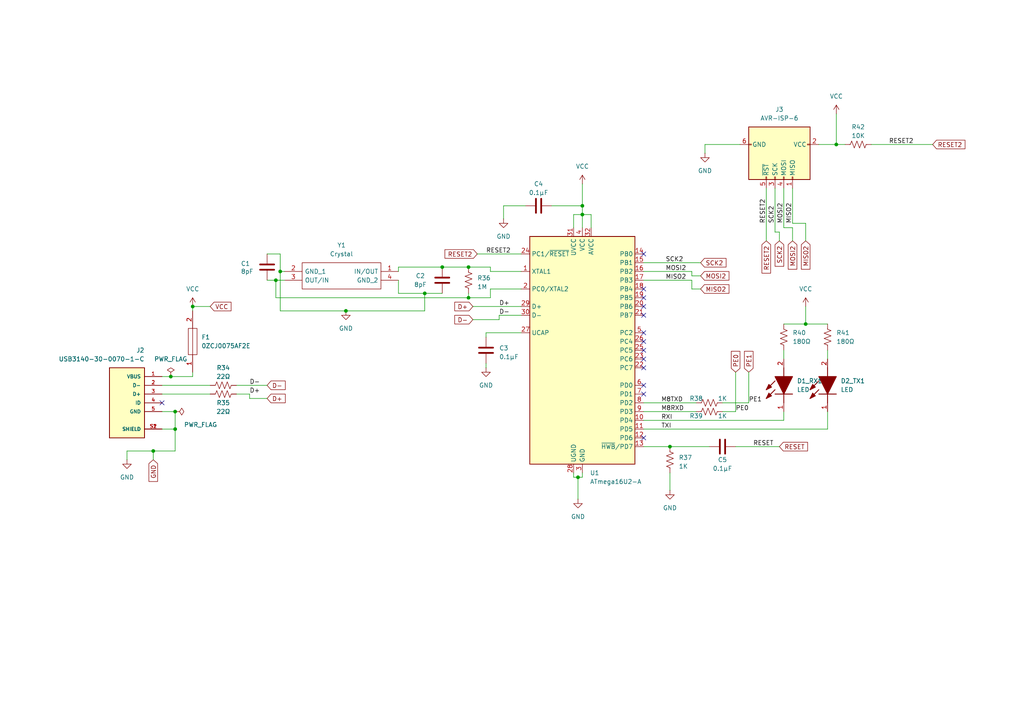
<source format=kicad_sch>
(kicad_sch (version 20231120) (generator "eeschema") (generator_version "8.0")
  (paper "A4")
  (title_block (title "G1000 NXi Mega Left Panel") (date "2024-11-22") (rev "1") (company "Flight Deck DIY"))
  (lib_symbols
    (symbol "Connector:AVR-ISP-6" (pin_names (offset 1.016))
      (property "Reference" "J" (at -6.35 11.43 0))
      (property "Value" "AVR-ISP-6" (at 0 11.43 0))
      (symbol "AVR-ISP-6_0_1"
        (rectangle (start -2.667 -6.858) (end -2.413 -7.62))
        (rectangle (start -2.667 10.16) (end -2.413 9.398))
        (rectangle (start 7.62 -2.413) (end 6.858 -2.667))
        (rectangle (start 7.62 0.127) (end 6.858 -0.127))
        (rectangle (start 7.62 2.667) (end 6.858 2.413))
        (rectangle (start 7.62 5.207) (end 6.858 4.953))
        (rectangle (start 7.62 10.16) (end -7.62 -7.62) (stroke (width 0.254)) (fill (type background)))
      )
      (symbol "AVR-ISP-6_1_1"
        (pin passive line (at 10.16 5.08 180) (length 2.54) (name "MISO") (number "1"))
        (pin passive line (at -2.54 12.7 270) (length 2.54) (name "VCC") (number "2"))
        (pin passive line (at 10.16 0 180) (length 2.54) (name "SCK") (number "3"))
        (pin passive line (at 10.16 2.54 180) (length 2.54) (name "MOSI") (number "4"))
        (pin passive line (at 10.16 -2.54 180) (length 2.54) (name "~{RST}") (number "5"))
        (pin passive line (at -2.54 -10.16 90) (length 2.54) (name "GND") (number "6"))
      )
    )
    (symbol "Device:C" (pin_numbers hide) (pin_names (offset 0.254))
      (property "Reference" "C" (at 0.635 2.54 0))
      (property "Value" "C" (at 0.635 -2.54 0))
      (symbol "C_0_1"
        (polyline (pts (xy -2.032 -0.762) (xy 2.032 -0.762)) (stroke (width 0.508)))
        (polyline (pts (xy -2.032 0.762) (xy 2.032 0.762)) (stroke (width 0.508)))
      )
      (symbol "C_1_1"
        (pin passive line (at 0 3.81 270) (length 2.794) (name "~") (number "1"))
        (pin passive line (at 0 -3.81 90) (length 2.794) (name "~") (number "2"))
      )
    )
    (symbol "Device:R_US" (pin_numbers hide) (pin_names (offset 0))
      (property "Reference" "R" (at 2.54 0 90))
      (property "Value" "R_US" (at -2.54 0 90))
      (symbol "R_US_0_1"
        (polyline (pts (xy 0 -2.286) (xy 0 -2.54)))
        (polyline (pts (xy 0 2.286) (xy 0 2.54)))
        (polyline (pts (xy 0 -0.762) (xy 1.016 -1.143) (xy 0 -1.524) (xy -1.016 -1.905) (xy 0 -2.286)))
        (polyline (pts (xy 0 0.762) (xy 1.016 0.381) (xy 0 0) (xy -1.016 -0.381) (xy 0 -0.762)))
        (polyline (pts (xy 0 2.286) (xy 1.016 1.905) (xy 0 1.524) (xy -1.016 1.143) (xy 0 0.762)))
      )
      (symbol "R_US_1_1"
        (pin passive line (at 0 3.81 270) (length 1.27) (name "~") (number "1"))
        (pin passive line (at 0 -3.81 90) (length 1.27) (name "~") (number "2"))
      )
    )
    (symbol "ECS-160-8-36B2-CKM-TR:ECS-160-8-36B2-CKM-TR" (pin_names (offset 0.762))
      (property "Reference" "Y" (at 29.21 7.62 0))
      (property "Value" "ECS-160-8-36B2-CKM-TR" (at 29.21 5.08 0))
      (symbol "ECS-160-8-36B2-CKM-TR_0_0"
        (pin passive line (at 0 -2.54 0) (length 5.08) (name "IN/OUT") (number "1"))
        (pin passive line (at 33.02 -2.54 180) (length 5.08) (name "GND_1") (number "2"))
        (pin passive line (at 33.02 0 180) (length 5.08) (name "OUT/IN") (number "3"))
        (pin passive line (at 0 0 0) (length 5.08) (name "GND_2") (number "4"))
      )
      (symbol "ECS-160-8-36B2-CKM-TR_0_1"
        (polyline (pts (xy 5.08 2.54) (xy 27.94 2.54) (xy 27.94 -5.08) (xy 5.08 -5.08) (xy 5.08 2.54)) (stroke (width 0.1524)))
      )
    )
    (symbol "IN-S63AT5UW:IN-S63AT5UW" (pin_names hide)
      (property "Reference" "LED" (at 12.7 8.89 0))
      (property "Value" "IN-S63AT5UW" (at 12.7 6.35 0))
      (symbol "IN-S63AT5UW_1_1"
        (polyline (pts (xy 2.54 0) (xy 5.08 0)) (stroke (width 0.254)))
        (polyline (pts (xy 5.08 2.54) (xy 5.08 -2.54)) (stroke (width 0.254)))
        (polyline (pts (xy 6.35 2.54) (xy 3.81 5.08)) (stroke (width 0.254)))
        (polyline (pts (xy 8.89 2.54) (xy 6.35 5.08)) (stroke (width 0.254)))
        (polyline (pts (xy 10.16 0) (xy 12.7 0)) (stroke (width 0.254)))
        (polyline (pts (xy 5.08 0) (xy 10.16 2.54) (xy 10.16 -2.54) (xy 5.08 0)) (stroke (width 0.254)) (fill (type outline)))
        (polyline (pts (xy 5.334 4.318) (xy 4.572 3.556) (xy 3.81 5.08) (xy 5.334 4.318)) (stroke (width 0.254)) (fill (type outline)))
        (polyline (pts (xy 7.874 4.318) (xy 7.112 3.556) (xy 6.35 5.08) (xy 7.874 4.318)) (stroke (width 0.254)) (fill (type outline)))
        (pin passive line (at 0 0 0) (length 2.54) (name "K") (number "1"))
        (pin passive line (at 15.24 0 180) (length 2.54) (name "A") (number "2"))
      )
    )
    (symbol "MCU_Microchip_ATmega:ATmega16U2-A"
      (property "Reference" "U" (at -15.24 34.29 0))
      (property "Value" "ATmega16U2-A" (at 2.54 -34.29 0))
      (symbol "ATmega16U2-A_0_1"
        (rectangle (start -15.24 -33.02) (end 15.24 33.02) (stroke (width 0.254)) (fill (type background)))
      )
      (symbol "ATmega16U2-A_1_1"
        (pin input line (at -17.78 22.86 0) (length 2.54) (name "XTAL1") (number "1"))
        (pin bidirectional line (at 17.78 -20.32 180) (length 2.54) (name "PD4") (number "10"))
        (pin bidirectional line (at 17.78 -22.86 180) (length 2.54) (name "PD5") (number "11"))
        (pin bidirectional line (at 17.78 -25.4 180) (length 2.54) (name "PD6") (number "12"))
        (pin bidirectional line (at 17.78 -27.94 180) (length 2.54) (name "~{HWB}/PD7") (number "13"))
        (pin bidirectional line (at 17.78 27.94 180) (length 2.54) (name "PB0") (number "14"))
        (pin bidirectional line (at 17.78 25.4 180) (length 2.54) (name "PB1") (number "15"))
        (pin bidirectional line (at 17.78 22.86 180) (length 2.54) (name "PB2") (number "16"))
        (pin bidirectional line (at 17.78 20.32 180) (length 2.54) (name "PB3") (number "17"))
        (pin bidirectional line (at 17.78 17.78 180) (length 2.54) (name "PB4") (number "18"))
        (pin bidirectional line (at 17.78 15.24 180) (length 2.54) (name "PB5") (number "19"))
        (pin bidirectional line (at -17.78 17.78 0) (length 2.54) (name "PC0/XTAL2") (number "2"))
        (pin bidirectional line (at 17.78 12.7 180) (length 2.54) (name "PB6") (number "20"))
        (pin bidirectional line (at 17.78 10.16 180) (length 2.54) (name "PB7") (number "21"))
        (pin bidirectional line (at 17.78 -5.08 180) (length 2.54) (name "PC7") (number "22"))
        (pin bidirectional line (at 17.78 -2.54 180) (length 2.54) (name "PC6") (number "23"))
        (pin bidirectional line (at -17.78 27.94 0) (length 2.54) (name "PC1/~{RESET}") (number "24"))
        (pin bidirectional line (at 17.78 0 180) (length 2.54) (name "PC5") (number "25"))
        (pin bidirectional line (at 17.78 2.54 180) (length 2.54) (name "PC4") (number "26"))
        (pin passive line (at -17.78 5.08 0) (length 2.54) (name "UCAP") (number "27"))
        (pin power_in line (at -2.54 -35.56 90) (length 2.54) (name "UGND") (number "28"))
        (pin bidirectional line (at -17.78 12.7 0) (length 2.54) (name "D+") (number "29"))
        (pin power_in line (at 0 -35.56 90) (length 2.54) (name "GND") (number "3"))
        (pin bidirectional line (at -17.78 10.16 0) (length 2.54) (name "D-") (number "30"))
        (pin power_in line (at -2.54 35.56 270) (length 2.54) (name "UVCC") (number "31"))
        (pin power_in line (at 2.54 35.56 270) (length 2.54) (name "AVCC") (number "32"))
        (pin power_in line (at 0 35.56 270) (length 2.54) (name "VCC") (number "4"))
        (pin bidirectional line (at 17.78 5.08 180) (length 2.54) (name "PC2") (number "5"))
        (pin bidirectional line (at 17.78 -10.16 180) (length 2.54) (name "PD0") (number "6"))
        (pin bidirectional line (at 17.78 -12.7 180) (length 2.54) (name "PD1") (number "7"))
        (pin bidirectional line (at 17.78 -15.24 180) (length 2.54) (name "PD2") (number "8"))
        (pin bidirectional line (at 17.78 -17.78 180) (length 2.54) (name "PD3") (number "9"))
      )
    )
    (symbol "OZCJ0075AF2E:0ZCJ0075AF2E" (pin_names (offset 0.762))
      (property "Reference" "F" (at 13.97 6.35 0))
      (property "Value" "0ZCJ0075AF2E" (at 13.97 3.81 0))
      (symbol "0ZCJ0075AF2E_0_0"
        (pin passive line (at 0 0 0) (length 5.08) (name "~") (number "1"))
        (pin passive line (at 17.78 0 180) (length 5.08) (name "~") (number "2"))
      )
      (symbol "0ZCJ0075AF2E_0_1"
        (polyline (pts (xy 5.08 0) (xy 12.7 0)) (stroke (width 0.1524)))
        (polyline (pts (xy 5.08 1.27) (xy 12.7 1.27) (xy 12.7 -1.27) (xy 5.08 -1.27) (xy 5.08 1.27)) (stroke (width 0.1524)))
      )
    )
    (symbol "USB3140-30-0070-1-C:USB3140-30-0070-1-C_REVE1" (pin_names (offset 1.016))
      (property "Reference" "J" (at -5.08 11.43 0))
      (property "Value" "USB3140-30-0070-1-C_REVE1" (at -5.08 -11.43 0))
      (symbol "USB3140-30-0070-1-C_REVE1_0_0"
        (rectangle (start -5.08 -10.16) (end 5.08 10.16) (stroke (width 0.254)) (fill (type background)))
        (pin power_in line (at -10.16 7.62 0) (length 5.08) (name "VBUS") (number "1"))
        (pin bidirectional line (at -10.16 5.08 0) (length 5.08) (name "D-") (number "2"))
        (pin bidirectional line (at -10.16 2.54 0) (length 5.08) (name "D+") (number "3"))
        (pin passive line (at -10.16 0 0) (length 5.08) (name "ID") (number "4"))
        (pin power_in line (at -10.16 -2.54 0) (length 5.08) (name "GND") (number "5"))
        (pin passive line (at -10.16 -7.62 0) (length 5.08) (name "SHIELD") (number "S1"))
        (pin passive line (at -10.16 -7.62 0) (length 5.08) (name "SHIELD") (number "S2"))
      )
    )
    (symbol "power:GND" (power) (pin_numbers hide) (pin_names (offset 0) hide)
      (property "Value" "GND" (at 0 -3.81 0))
      (symbol "GND_0_1"
        (polyline (pts (xy 0 0) (xy 0 -1.27) (xy 1.27 -1.27) (xy 0 -2.54) (xy -1.27 -1.27) (xy 0 -1.27)))
      )
      (symbol "GND_1_1"
        (pin power_in line (at 0 0 270) (length 0) (name "~") (number "1"))
      )
    )
    (symbol "power:PWR_FLAG" (power) (pin_numbers hide) (pin_names (offset 0) hide)
      (property "Value" "PWR_FLAG" (at 0 3.81 0))
      (symbol "PWR_FLAG_0_0"
        (pin power_out line (at 0 0 90) (length 0) (name "~") (number "1"))
      )
      (symbol "PWR_FLAG_0_1"
        (polyline (pts (xy 0 0) (xy 0 1.27) (xy -1.016 1.905) (xy 0 2.54) (xy 1.016 1.905) (xy 0 1.27)))
      )
    )
    (symbol "power:VCC" (power) (pin_numbers hide) (pin_names (offset 0) hide)
      (property "Value" "VCC" (at 0 3.556 0))
      (symbol "VCC_0_1"
        (polyline (pts (xy -0.762 1.27) (xy 0 2.54)))
        (polyline (pts (xy 0 0) (xy 0 2.54)))
        (polyline (pts (xy 0 2.54) (xy 0.762 1.27)))
      )
      (symbol "VCC_1_1"
        (pin power_in line (at 0 0 90) (length 0) (name "~") (number "1"))
      )
    )
  )
  (junction (at 49.53 109.22))
  (junction (at 50.8 124.46))
  (junction (at 194.31 129.54))
  (junction (at 44.45 130.81))
  (junction (at 135.89 86.36))
  (junction (at 50.8 119.38))
  (junction (at 100.33 90.17))
  (junction (at 128.27 77.47))
  (junction (at 168.91 62.23))
  (junction (at 81.28 78.74))
  (junction (at 55.88 88.9))
  (junction (at 80.01 81.28))
  (junction (at 123.19 85.09))
  (junction (at 233.68 93.98))
  (junction (at 167.64 138.43))
  (junction (at 135.89 77.47))
  (junction (at 168.91 59.69))
  (junction (at 242.57 41.91))
  (no_connect (at 186.69 101.6))
  (no_connect (at 186.69 91.44))
  (no_connect (at 46.99 116.84))
  (no_connect (at 186.69 88.9))
  (no_connect (at 186.69 104.14))
  (no_connect (at 186.69 96.52))
  (no_connect (at 186.69 99.06))
  (no_connect (at 186.69 73.66))
  (no_connect (at 186.69 114.3))
  (no_connect (at 186.69 106.68))
  (no_connect (at 186.69 86.36))
  (no_connect (at 186.69 111.76))
  (no_connect (at 186.69 127))
  (no_connect (at 186.69 83.82))
  (wire (pts (xy 200.66 80.01) (xy 203.2 80.01)))
  (wire (pts (xy 80.01 86.36) (xy 135.89 86.36)))
  (wire (pts (xy 194.31 137.16) (xy 194.31 142.24)))
  (wire (pts (xy 167.64 138.43) (xy 168.91 138.43)))
  (wire (pts (xy 186.69 78.74) (xy 200.66 78.74)))
  (wire (pts (xy 142.24 78.74) (xy 151.13 78.74)))
  (wire (pts (xy 72.39 114.3) (xy 72.39 115.57)))
  (wire (pts (xy 81.28 90.17) (xy 100.33 90.17)))
  (wire (pts (xy 240.03 101.6) (xy 240.03 104.14)))
  (wire (pts (xy 200.66 81.28) (xy 200.66 83.82)))
  (wire (pts (xy 44.45 130.81) (xy 44.45 133.35)))
  (wire (pts (xy 44.45 130.81) (xy 50.8 130.81)))
  (wire (pts (xy 200.66 83.82) (xy 203.2 83.82)))
  (wire (pts (xy 115.57 77.47) (xy 128.27 77.47)))
  (wire (pts (xy 186.69 129.54) (xy 194.31 129.54)))
  (wire (pts (xy 77.47 81.28) (xy 80.01 81.28)))
  (wire (pts (xy 168.91 59.69) (xy 168.91 62.23)))
  (wire (pts (xy 137.16 92.71) (xy 144.78 92.71)))
  (wire (pts (xy 217.17 107.95) (xy 217.17 116.84)))
  (wire (pts (xy 146.05 59.69) (xy 152.4 59.69)))
  (wire (pts (xy 224.79 67.31) (xy 226.06 67.31)))
  (wire (pts (xy 123.19 85.09) (xy 123.19 90.17)))
  (wire (pts (xy 46.99 111.76) (xy 60.96 111.76)))
  (wire (pts (xy 81.28 78.74) (xy 82.55 78.74)))
  (wire (pts (xy 242.57 33.02) (xy 242.57 41.91)))
  (wire (pts (xy 144.78 91.44) (xy 144.78 92.71)))
  (wire (pts (xy 237.49 41.91) (xy 242.57 41.91)))
  (wire (pts (xy 137.16 88.9) (xy 151.13 88.9)))
  (wire (pts (xy 80.01 81.28) (xy 80.01 86.36)))
  (wire (pts (xy 222.25 54.61) (xy 222.25 69.85)))
  (wire (pts (xy 68.58 111.76) (xy 77.47 111.76)))
  (wire (pts (xy 50.8 119.38) (xy 50.8 124.46)))
  (wire (pts (xy 229.87 66.04) (xy 229.87 69.85)))
  (wire (pts (xy 186.69 81.28) (xy 200.66 81.28)))
  (wire (pts (xy 128.27 77.47) (xy 135.89 77.47)))
  (wire (pts (xy 233.68 64.77) (xy 233.68 69.85)))
  (wire (pts (xy 171.45 62.23) (xy 171.45 66.04)))
  (wire (pts (xy 204.47 41.91) (xy 214.63 41.91)))
  (wire (pts (xy 227.33 54.61) (xy 227.33 66.04)))
  (wire (pts (xy 46.99 119.38) (xy 50.8 119.38)))
  (wire (pts (xy 226.06 67.31) (xy 226.06 69.85)))
  (wire (pts (xy 166.37 138.43) (xy 167.64 138.43)))
  (wire (pts (xy 115.57 81.28) (xy 115.57 85.09)))
  (wire (pts (xy 166.37 62.23) (xy 168.91 62.23)))
  (wire (pts (xy 140.97 96.52) (xy 140.97 97.79)))
  (wire (pts (xy 50.8 124.46) (xy 50.8 130.81)))
  (wire (pts (xy 115.57 77.47) (xy 115.57 78.74)))
  (wire (pts (xy 227.33 101.6) (xy 227.33 104.14)))
  (wire (pts (xy 168.91 62.23) (xy 168.91 66.04)))
  (wire (pts (xy 233.68 88.9) (xy 233.68 93.98)))
  (wire (pts (xy 213.36 107.95) (xy 213.36 119.38)))
  (wire (pts (xy 55.88 88.9) (xy 60.96 88.9)))
  (wire (pts (xy 186.69 76.2) (xy 203.2 76.2)))
  (wire (pts (xy 144.78 91.44) (xy 151.13 91.44)))
  (wire (pts (xy 46.99 109.22) (xy 49.53 109.22)))
  (wire (pts (xy 167.64 144.78) (xy 167.64 138.43)))
  (wire (pts (xy 135.89 77.47) (xy 142.24 77.47)))
  (wire (pts (xy 229.87 54.61) (xy 229.87 64.77)))
  (wire (pts (xy 227.33 93.98) (xy 233.68 93.98)))
  (wire (pts (xy 166.37 137.16) (xy 166.37 138.43)))
  (wire (pts (xy 140.97 96.52) (xy 151.13 96.52)))
  (wire (pts (xy 186.69 119.38) (xy 201.93 119.38)))
  (wire (pts (xy 166.37 62.23) (xy 166.37 66.04)))
  (wire (pts (xy 252.73 41.91) (xy 270.51 41.91)))
  (wire (pts (xy 49.53 109.22) (xy 55.88 109.22)))
  (wire (pts (xy 240.03 119.38) (xy 240.03 124.46)))
  (wire (pts (xy 140.97 106.68) (xy 140.97 105.41)))
  (wire (pts (xy 186.69 116.84) (xy 201.93 116.84)))
  (wire (pts (xy 46.99 114.3) (xy 60.96 114.3)))
  (wire (pts (xy 213.36 129.54) (xy 226.06 129.54)))
  (wire (pts (xy 81.28 73.66) (xy 81.28 78.74)))
  (wire (pts (xy 55.88 107.95) (xy 55.88 109.22)))
  (wire (pts (xy 168.91 53.34) (xy 168.91 59.69)))
  (wire (pts (xy 242.57 41.91) (xy 245.11 41.91)))
  (wire (pts (xy 46.99 124.46) (xy 50.8 124.46)))
  (wire (pts (xy 135.89 86.36) (xy 135.89 85.09)))
  (wire (pts (xy 80.01 81.28) (xy 82.55 81.28)))
  (wire (pts (xy 160.02 59.69) (xy 168.91 59.69)))
  (wire (pts (xy 227.33 119.38) (xy 227.33 121.92)))
  (wire (pts (xy 68.58 114.3) (xy 72.39 114.3)))
  (wire (pts (xy 233.68 93.98) (xy 240.03 93.98)))
  (wire (pts (xy 168.91 62.23) (xy 171.45 62.23)))
  (wire (pts (xy 146.05 63.5) (xy 146.05 59.69)))
  (wire (pts (xy 100.33 90.17) (xy 123.19 90.17)))
  (wire (pts (xy 36.83 130.81) (xy 44.45 130.81)))
  (wire (pts (xy 142.24 83.82) (xy 142.24 86.36)))
  (wire (pts (xy 229.87 64.77) (xy 233.68 64.77)))
  (wire (pts (xy 168.91 137.16) (xy 168.91 138.43)))
  (wire (pts (xy 72.39 115.57) (xy 77.47 115.57)))
  (wire (pts (xy 138.43 73.66) (xy 151.13 73.66)))
  (wire (pts (xy 204.47 41.91) (xy 204.47 44.45)))
  (wire (pts (xy 81.28 78.74) (xy 81.28 90.17)))
  (wire (pts (xy 55.88 88.9) (xy 55.88 90.17)))
  (wire (pts (xy 36.83 130.81) (xy 36.83 133.35)))
  (wire (pts (xy 142.24 83.82) (xy 151.13 83.82)))
  (wire (pts (xy 77.47 73.66) (xy 81.28 73.66)))
  (wire (pts (xy 135.89 86.36) (xy 142.24 86.36)))
  (wire (pts (xy 224.79 54.61) (xy 224.79 67.31)))
  (wire (pts (xy 123.19 85.09) (xy 128.27 85.09)))
  (wire (pts (xy 142.24 77.47) (xy 142.24 78.74)))
  (wire (pts (xy 200.66 78.74) (xy 200.66 80.01)))
  (wire (pts (xy 115.57 85.09) (xy 123.19 85.09)))
  (wire (pts (xy 227.33 66.04) (xy 229.87 66.04)))
  (wire (pts (xy 209.55 116.84) (xy 217.17 116.84)))
  (wire (pts (xy 186.69 124.46) (xy 240.03 124.46)))
  (wire (pts (xy 186.69 121.92) (xy 227.33 121.92)))
  (wire (pts (xy 194.31 129.54) (xy 205.74 129.54)))
  (wire (pts (xy 209.55 119.38) (xy 213.36 119.38)))
  (label "M8TXD" (at 191.77 116.84 0))
  (label "RESET2" (at 140.97 73.66 0))
  (label "RESET2" (at 257.81 41.91 0))
  (label "RXI" (at 191.77 121.92 0))
  (label "D-" (at 144.78 91.44 0))
  (label "RESET2" (at 222.25 64.77 90))
  (label "D-" (at 72.39 111.76 0))
  (label "MISO2" (at 229.87 64.77 90))
  (label "TXI" (at 191.77 124.46 0))
  (label "MISO2" (at 193.04 81.28 0))
  (label "MOSI2" (at 193.04 78.74 0))
  (label "M8RXD" (at 191.77 119.38 0))
  (label "D+" (at 72.39 114.3 0))
  (label "MOSI2" (at 227.33 64.77 90))
  (label "RESET" (at 218.44 129.54 0))
  (label "PE0" (at 213.36 119.38 0))
  (label "PE1" (at 217.17 116.84 0))
  (label "SCK2" (at 224.79 64.77 90))
  (label "D+" (at 144.78 88.9 0))
  (label "SCK2" (at 193.04 76.2 0))
  (global_label "VCC" (shape input) (at 60.96 88.9 0) (property "Intersheetrefs" "${INTERSHEET_REFS}" (effects (hide yes))))
  (global_label "MOSI2" (shape input) (at 203.2 80.01 0) (property "Intersheetrefs" "${INTERSHEET_REFS}" (effects (hide yes))))
  (global_label "D-" (shape input) (at 77.47 111.76 0) (property "Intersheetrefs" "${INTERSHEET_REFS}" (effects (hide yes))))
  (global_label "PE1" (shape input) (at 217.17 107.95 90) (property "Intersheetrefs" "${INTERSHEET_REFS}" (effects (hide yes))))
  (global_label "RESET2" (shape input) (at 222.25 69.85 270) (property "Intersheetrefs" "${INTERSHEET_REFS}" (effects (hide yes))))
  (global_label "RESET2" (shape input) (at 270.51 41.91 0) (property "Intersheetrefs" "${INTERSHEET_REFS}" (effects (hide yes))))
  (global_label "SCK2" (shape input) (at 226.06 69.85 270) (property "Intersheetrefs" "${INTERSHEET_REFS}" (effects (hide yes))))
  (global_label "MISO2" (shape input) (at 203.2 83.82 0) (property "Intersheetrefs" "${INTERSHEET_REFS}" (effects (hide yes))))
  (global_label "RESET" (shape input) (at 226.06 129.54 0) (property "Intersheetrefs" "${INTERSHEET_REFS}" (effects (hide yes))))
  (global_label "D+" (shape input) (at 77.47 115.57 0) (property "Intersheetrefs" "${INTERSHEET_REFS}" (effects (hide yes))))
  (global_label "MISO2" (shape input) (at 233.68 69.85 270) (property "Intersheetrefs" "${INTERSHEET_REFS}" (effects (hide yes))))
  (global_label "D+" (shape input) (at 137.16 88.9 180) (property "Intersheetrefs" "${INTERSHEET_REFS}" (effects (hide yes))))
  (global_label "SCK2" (shape input) (at 203.2 76.2 0) (property "Intersheetrefs" "${INTERSHEET_REFS}" (effects (hide yes))))
  (global_label "MOSI2" (shape input) (at 229.87 69.85 270) (property "Intersheetrefs" "${INTERSHEET_REFS}" (effects (hide yes))))
  (global_label "PE0" (shape input) (at 213.36 107.95 90) (property "Intersheetrefs" "${INTERSHEET_REFS}" (effects (hide yes))))
  (global_label "D-" (shape input) (at 137.16 92.71 180) (property "Intersheetrefs" "${INTERSHEET_REFS}" (effects (hide yes))))
  (global_label "GND" (shape input) (at 44.45 133.35 270) (property "Intersheetrefs" "${INTERSHEET_REFS}" (effects (hide yes))))
  (global_label "RESET2" (shape input) (at 138.43 73.66 180) (property "Intersheetrefs" "${INTERSHEET_REFS}" (effects (hide yes))))
  (symbol (lib_id "power:VCC") (at 168.91 53.34 0) (unit 1)
    (property "Reference" "#PWR0105" (effects (hide yes)))
    (property "Value" "VCC" (at 168.91 48.26 0))
    (property "Description" "Power symbol creates a global label with name \"VCC\"" (effects (hide yes)))
  )
  (symbol (lib_id "Device:R_US") (at 135.89 81.28 0) (unit 1)
    (property "Reference" "R36" (at 138.43 80.645 0) (effects (justify left)))
    (property "Value" "1M" (at 138.43 83.185 0) (effects (justify left)))
    (property "Footprint" "Resistor_SMD:R_0603_1608Metric_Pad0.98x0.95mm_HandSolder" (effects (hide yes)))
  )
  (symbol (lib_id "Device:R_US") (at 248.92 41.91 90) (unit 1)
    (property "Reference" "R42" (at 248.92 36.83 90))
    (property "Value" "10K" (at 248.92 39.37 90))
    (property "Footprint" "Resistor_SMD:R_0603_1608Metric_Pad0.98x0.95mm_HandSolder" (effects (hide yes)))
  )
  (symbol (lib_id "MCU_Microchip_ATmega:ATmega16U2-A") (at 168.91 101.6 0) (unit 1)
    (property "Reference" "U1" (at 171.1041 137.16 0) (effects (justify left)))
    (property "Value" "ATmega16U2-A" (at 171.1041 139.7 0) (effects (justify left)))
    (property "Footprint" "Package_QFP:TQFP-32_7x7mm_P0.8mm" (effects (hide yes)))
    (property "Datasheet" "http://ww1.microchip.com/downloads/en/DeviceDoc/doc7799.pdf" (effects (hide yes)))
    (property "Description" "16MHz, 16kB Flash, 512B SRAM, 512B EEPROM, TQFP-32" (effects (hide yes)))
  )
  (symbol (lib_id "Device:R_US") (at 227.33 97.79 0) (unit 1)
    (property "Reference" "R40" (at 229.87 96.52 0) (effects (justify left)))
    (property "Value" "180Ω" (at 229.87 99.06 0) (effects (justify left)))
    (property "Footprint" "Resistor_SMD:R_0603_1608Metric_Pad0.98x0.95mm_HandSolder" (effects (hide yes)))
  )
  (symbol (lib_id "Device:R_US") (at 240.03 97.79 0) (unit 1)
    (property "Reference" "R41" (at 242.57 96.52 0) (effects (justify left)))
    (property "Value" "180Ω" (at 242.57 99.06 0) (effects (justify left)))
    (property "Footprint" "Resistor_SMD:R_0603_1608Metric_Pad0.98x0.95mm_HandSolder" (effects (hide yes)))
  )
  (symbol (lib_id "power:GND") (at 36.83 133.35 0) (unit 1)
    (property "Reference" "#PWR099" (effects (hide yes)))
    (property "Value" "GND" (at 36.83 138.43 0))
    (property "Description" "Power symbol creates a global label with name \"GND\" , ground" (effects (hide yes)))
  )
  (symbol (lib_id "power:GND") (at 146.05 63.5 0) (unit 1)
    (property "Reference" "#PWR0103" (effects (hide yes)))
    (property "Value" "GND" (at 146.05 68.58 0))
    (property "Description" "Power symbol creates a global label with name \"GND\" , ground" (effects (hide yes)))
  )
  (symbol (lib_id "power:GND") (at 100.33 90.17 0) (unit 1)
    (property "Reference" "#PWR0101" (effects (hide yes)))
    (property "Value" "GND" (at 100.33 95.25 0))
    (property "Description" "Power symbol creates a global label with name \"GND\" , ground" (effects (hide yes)))
  )
  (symbol (lib_id "Device:C") (at 77.47 77.47 180) (unit 1)
    (property "Reference" "C1" (at 69.85 76.454 0) (effects (justify right)))
    (property "Value" "8pF" (at 69.85 78.74 0) (effects (justify right)))
    (property "Footprint" "Capacitor_SMD:C_0603_1608Metric_Pad1.08x0.95mm_HandSolder" (effects (hide yes)))
  )
  (symbol (lib_id "power:GND") (at 204.47 44.45 0) (unit 1)
    (property "Reference" "#PWR0107" (effects (hide yes)))
    (property "Value" "GND" (at 204.47 49.53 0))
    (property "Description" "Power symbol creates a global label with name \"GND\" , ground" (effects (hide yes)))
  )
  (symbol (lib_id "Device:C") (at 128.27 81.28 180) (unit 1)
    (property "Reference" "C2" (at 121.92 80.01 0))
    (property "Value" "8pF" (at 121.92 82.55 0))
    (property "Footprint" "Capacitor_SMD:C_0603_1608Metric_Pad1.08x0.95mm_HandSolder" (effects (hide yes)))
  )
  (symbol (lib_id "power:PWR_FLAG") (at 50.8 119.38 270) (unit 1)
    (property "Reference" "#FLG02" (effects (hide yes)))
    (property "Value" "PWR_FLAG" (at 53.34 123.19 90) (effects (justify left)))
    (property "Description" "Special symbol for telling ERC where power comes from" (effects (hide yes)))
  )
  (symbol (lib_id "ECS-160-8-36B2-CKM-TR:ECS-160-8-36B2-CKM-TR") (at 115.57 81.28 180) (unit 1)
    (property "Reference" "Y1" (at 99.06 71.12 0))
    (property "Value" "Crystal" (at 99.06 73.66 0))
    (property "Footprint" "ECS-160-8-36B2-CKM-TR:ECS160836B2CKMTR" (effects (hide yes)))
    (property "Datasheet" "https://www.mouser.fr/datasheet/2/122/ECX_2236B2-2400583.pdf" (effects (hide yes)))
    (property "Description" "Crystals 16.000 MHz 8 pF +/-10 +/-10 -20 +70 C +/-2 ppm Max. ESR = 70" (effects (hide yes)))
    (property "Height" "0.6" (effects (hide yes)))
    (property "Mouser Part Number" "520-160-8-36B2-CKMTR" (effects (hide yes)))
    (property "Mouser Price/Stock" "https://www.mouser.co.uk/ProductDetail/ECS/ECS-160-8-36B2-CKM-TR?qs=QNEnbhJQKvaIQPndV3OLHg%3D%3D" (effects (hide yes)))
    (property "Manufacturer_Name" "ECS" (effects (hide yes)))
    (property "Manufacturer_Part_Number" "ECS-160-8-36B2-CKM-TR" (effects (hide yes)))
  )
  (symbol (lib_id "Device:C") (at 140.97 101.6 0) (unit 1)
    (property "Reference" "C3" (at 144.78 100.965 0) (effects (justify left)))
    (property "Value" "0.1µF" (at 144.78 103.505 0) (effects (justify left)))
    (property "Footprint" "Capacitor_SMD:C_0603_1608Metric_Pad1.08x0.95mm_HandSolder" (effects (hide yes)))
  )
  (symbol (lib_id "power:PWR_FLAG") (at 49.53 109.22 0) (unit 1)
    (property "Reference" "#FLG01" (effects (hide yes)))
    (property "Value" "PWR_FLAG" (at 49.53 104.14 0))
    (property "Description" "Special symbol for telling ERC where power comes from" (effects (hide yes)))
  )
  (symbol (lib_id "OZCJ0075AF2E:0ZCJ0075AF2E") (at 55.88 107.95 90) (unit 1)
    (property "Reference" "F1" (at 58.42 97.7899 90) (effects (justify right)))
    (property "Value" "0ZCJ0075AF2E" (at 58.42 100.3299 90) (effects (justify right)))
    (property "Footprint" "OZCJ0075AF2E:FUSC3216X125N" (effects (hide yes)))
    (property "Datasheet" "https://www.mouser.com/datasheet/2/643/0ZCJ_Nov2016-1132002.pdf" (effects (hide yes)))
    (property "Description" "Resettable Fuses - PPTC" (effects (hide yes)))
    (property "Height" "1.25" (effects (hide yes)))
    (property "Mouser Part Number" "530-0ZCJ0075AF2E" (effects (hide yes)))
    (property "Manufacturer_Name" "Bel" (effects (hide yes)))
    (property "Manufacturer_Part_Number" "0ZCJ0075AF2E" (effects (hide yes)))
  )
  (symbol (lib_id "IN-S63AT5UW:IN-S63AT5UW") (at 227.33 119.38 90) (unit 1)
    (property "Reference" "D1_RX1" (at 231.14 110.4899 90) (effects (justify right)))
    (property "Value" "LED" (at 231.14 113.0299 90) (effects (justify right)))
    (property "Footprint" "IN-S63AT5UW:LEDC1608X39N" (effects (hide yes)))
    (property "Description" "Standard LEDs - SMD White LED" (effects (hide yes)))
    (property "Height" "0.39" (effects (hide yes)))
    (property "Mouser Part Number" "743-IN-S63AT5UW" (effects (hide yes)))
    (property "Mouser Price/Stock" "https://www.mouser.co.uk/ProductDetail/Inolux/IN-S63AT5UW?qs=fAHHVMwC%252BbjOUaZe%2F%2FIGRQ%3D%3D" (effects (hide yes)))
    (property "Manufacturer_Name" "Inolux" (effects (hide yes)))
    (property "Manufacturer_Part_Number" "IN-S63AT5UW" (effects (hide yes)))
  )
  (symbol (lib_id "IN-S63AT5UW:IN-S63AT5UW") (at 240.03 119.38 90) (unit 1)
    (property "Reference" "D2_TX1" (at 243.84 110.4899 90) (effects (justify right)))
    (property "Value" "LED" (at 243.84 113.0299 90) (effects (justify right)))
    (property "Footprint" "IN-S63AT5UW:LEDC1608X39N" (effects (hide yes)))
    (property "Description" "Standard LEDs - SMD White LED" (effects (hide yes)))
    (property "Height" "0.39" (effects (hide yes)))
    (property "Mouser Part Number" "743-IN-S63AT5UW" (effects (hide yes)))
    (property "Mouser Price/Stock" "https://www.mouser.co.uk/ProductDetail/Inolux/IN-S63AT5UW?qs=fAHHVMwC%252BbjOUaZe%2F%2FIGRQ%3D%3D" (effects (hide yes)))
    (property "Manufacturer_Name" "Inolux" (effects (hide yes)))
    (property "Manufacturer_Part_Number" "IN-S63AT5UW" (effects (hide yes)))
  )
  (symbol (lib_id "Device:R_US") (at 194.31 133.35 0) (unit 1)
    (property "Reference" "R37" (at 196.85 132.715 0) (effects (justify left)))
    (property "Value" "1K" (at 196.85 135.255 0) (effects (justify left)))
    (property "Footprint" "Resistor_SMD:R_0603_1608Metric_Pad0.98x0.95mm_HandSolder" (effects (hide yes)))
  )
  (symbol (lib_id "Device:R_US") (at 205.74 116.84 90) (unit 1)
    (property "Reference" "R38" (at 201.93 115.57 90))
    (property "Value" "1K" (at 209.55 115.57 90))
    (property "Footprint" "Resistor_SMD:R_0603_1608Metric_Pad0.98x0.95mm_HandSolder" (effects (hide yes)))
  )
  (symbol (lib_id "power:GND") (at 140.97 106.68 0) (unit 1)
    (property "Reference" "#PWR0102" (effects (hide yes)))
    (property "Value" "GND" (at 140.97 111.76 0))
    (property "Description" "Power symbol creates a global label with name \"GND\" , ground" (effects (hide yes)))
  )
  (symbol (lib_id "power:VCC") (at 242.57 33.02 0) (unit 1)
    (property "Reference" "#PWR0109" (effects (hide yes)))
    (property "Value" "VCC" (at 242.57 27.94 0))
    (property "Description" "Power symbol creates a global label with name \"VCC\"" (effects (hide yes)))
  )
  (symbol (lib_id "Device:R_US") (at 64.77 111.76 90) (unit 1)
    (property "Reference" "R34" (at 64.77 106.68 90))
    (property "Value" "22Ω" (at 64.77 109.22 90))
    (property "Footprint" "Resistor_SMD:R_0603_1608Metric_Pad0.98x0.95mm_HandSolder" (effects (hide yes)))
  )
  (symbol (lib_id "Device:R_US") (at 205.74 119.38 270) (unit 1)
    (property "Reference" "R39" (at 201.93 120.65 90))
    (property "Value" "1K" (at 209.55 120.65 90))
    (property "Footprint" "Resistor_SMD:R_0603_1608Metric_Pad0.98x0.95mm_HandSolder" (effects (hide yes)))
  )
  (symbol (lib_id "power:GND") (at 167.64 144.78 0) (unit 1)
    (property "Reference" "#PWR0104" (effects (hide yes)))
    (property "Value" "GND" (at 167.64 149.86 0))
    (property "Description" "Power symbol creates a global label with name \"GND\" , ground" (effects (hide yes)))
  )
  (symbol (lib_id "Device:C") (at 156.21 59.69 90) (unit 1)
    (property "Reference" "C4" (at 156.21 53.34 90))
    (property "Value" "0.1µF" (at 156.21 55.88 90))
    (property "Footprint" "Capacitor_SMD:C_0603_1608Metric_Pad1.08x0.95mm_HandSolder" (effects (hide yes)))
  )
  (symbol (lib_id "power:VCC") (at 233.68 88.9 0) (unit 1)
    (property "Reference" "#PWR0108" (effects (hide yes)))
    (property "Value" "VCC" (at 233.68 83.82 0))
    (property "Description" "Power symbol creates a global label with name \"VCC\"" (effects (hide yes)))
  )
  (symbol (lib_id "power:GND") (at 194.31 142.24 0) (unit 1)
    (property "Reference" "#PWR0106" (effects (hide yes)))
    (property "Value" "GND" (at 194.31 147.32 0))
    (property "Description" "Power symbol creates a global label with name \"GND\" , ground" (effects (hide yes)))
  )
  (symbol (lib_id "USB3140-30-0070-1-C:USB3140-30-0070-1-C_REVE1") (at 36.83 116.84 0) (mirror y) (unit 1)
    (property "Reference" "J2" (at 41.91 101.6 0) (effects (justify left)))
    (property "Value" "USB3140-30-0070-1-C" (at 41.91 104.14 0) (effects (justify left)))
    (property "Footprint" "USB3140-30-0070-1-C:GCT_USB3140-30-0070-1-C_REVE1" (effects (hide yes)))
    (property "Datasheet" "https://gct.co/files/drawings/usb3140.pdf" (effects (hide yes)))
    (property "Description" "USB - micro B USB 2.0 Receptacle Connector 5 Position Surface Mount, Through Hole" (effects (hide yes)))
    (property "Height" "6.5" (effects (hide yes)))
    (property "Mouser Part Number" "640-USB31403000701C" (effects (hide yes)))
    (property "Mouser Price/Stock" "https://www.mouser.co.uk/ProductDetail/GCT/USB3140-30-0070-1-C?qs=KUoIvG%2F9IlZghUBBbunTqw%3D%3D" (effects (hide yes)))
    (property "Manufacturer_Name" "GCT (GLOBAL CONNECTOR TECHNOLOGY)" (effects (hide yes)))
    (property "Manufacturer_Part_Number" "USB3140-30-0070-1-C" (effects (hide yes)))
    (property "MF" "Global Connector Technology" (effects (hide yes)))
    (property "MAXIMUM_PACKAGE_HEIGHT" "7.1mm" (effects (hide yes)))
    (property "Package" "None" (effects (hide yes)))
    (property "Price" "None" (effects (hide yes)))
    (property "Check_prices" "https://www.snapeda.com/parts/USB3140-30-0070-1-C/Global+Connector+Technology/view-part/?ref=eda" (effects (hide yes)))
    (property "STANDARD" "Manufacturer Recommendations" (effects (hide yes)))
    (property "PARTREV" "E1" (effects (hide yes)))
    (property "SnapEDA_Link" "https://www.snapeda.com/parts/USB3140-30-0070-1-C/Global+Connector+Technology/view-part/?ref=snap" (effects (hide yes)))
    (property "MP" "USB3140-30-0070-1-C" (effects (hide yes)))
    (property "Availability" "In Stock" (effects (hide yes)))
    (property "MANUFACTURER" "Global Connector Technology" (effects (hide yes)))
    (property "Description_1" "\nUSB - micro B USB 2.0 Receptacle Connector 5 Position Surface Mount, Through Hole\n" (effects (hide yes)))
  )
  (symbol (lib_id "Device:C") (at 209.55 129.54 90) (unit 1)
    (property "Reference" "C5" (at 209.55 133.35 90))
    (property "Value" "0.1µF" (at 209.55 135.89 90))
    (property "Footprint" "Capacitor_SMD:C_0603_1608Metric_Pad1.08x0.95mm_HandSolder" (effects (hide yes)))
  )
  (symbol (lib_id "power:VCC") (at 55.88 88.9 0) (unit 1)
    (property "Reference" "#PWR0100" (effects (hide yes)))
    (property "Value" "VCC" (at 55.88 83.82 0))
    (property "Description" "Power symbol creates a global label with name \"VCC\"" (effects (hide yes)))
  )
  (symbol (lib_id "Device:R_US") (at 64.77 114.3 90) (unit 1)
    (property "Reference" "R35" (at 64.77 116.84 90))
    (property "Value" "22Ω" (at 64.77 119.38 90))
    (property "Footprint" "Resistor_SMD:R_0603_1608Metric_Pad0.98x0.95mm_HandSolder" (effects (hide yes)))
  )
  (symbol (lib_id "Connector:AVR-ISP-6") (at 224.79 44.45 270) (unit 1)
    (property "Reference" "J3" (at 226.06 31.75 90))
    (property "Value" "AVR-ISP-6" (at 226.06 34.29 90))
    (property "Footprint" "Connector_PinHeader_2.54mm:PinHeader_2x03_P2.54mm_Vertical_SMD" (effects (hide yes)))
    (property "Description" "Atmel 6-pin ISP connector" (effects (hide yes)))
  )
)
</source>
